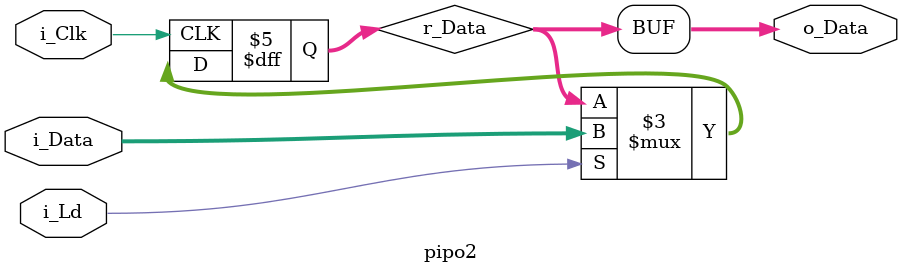
<source format=v>
module pipo2(
    input        i_Clk,      // Input Clock
    input        i_Ld,       // Load Register
    input [47:0] i_Data,     // Input data bus
    output[47:0] o_Data // Output data bus
    );
	 reg [47:0] r_Data = 0;
    always @(posedge i_Clk ) begin
        if (i_Ld) r_Data <= i_Data;
    end
	 assign o_Data = r_Data;
	 
endmodule
</source>
